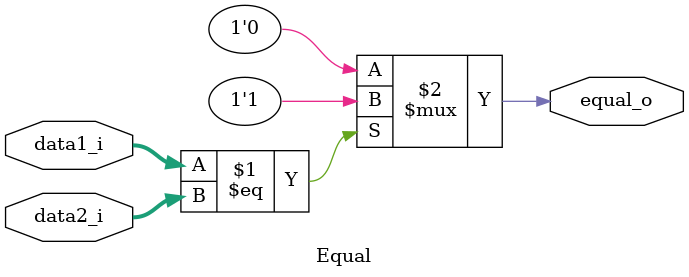
<source format=v>
module Equal(
	data1_i,
	data2_i,
	equal_o
);

input   [31:0]      data1_i;
input	[31:0]		data2_i;
output 	 			equal_o;

assign  equal_o = (data1_i == data2_i) ? 1'b1 : 1'b0;

endmodule

</source>
